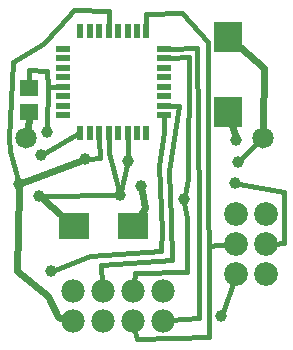
<source format=gtl>
G04 MADE WITH FRITZING*
G04 WWW.FRITZING.ORG*
G04 DOUBLE SIDED*
G04 HOLES PLATED*
G04 CONTOUR ON CENTER OF CONTOUR VECTOR*
%ASAXBY*%
%FSLAX23Y23*%
%MOIN*%
%OFA0B0*%
%SFA1.0B1.0*%
%ADD10C,0.079370*%
%ADD11C,0.071181*%
%ADD12C,0.078000*%
%ADD13C,0.039370*%
%ADD14R,0.022000X0.050000*%
%ADD15R,0.050000X0.022000*%
%ADD16R,0.059055X0.055118*%
%ADD17R,0.094488X0.102362*%
%ADD18R,0.102362X0.086614*%
%ADD19C,0.016000*%
%ADD20C,0.024000*%
%ADD21R,0.001000X0.001000*%
%LNCOPPER1*%
G90*
G70*
G54D10*
X798Y479D03*
X798Y379D03*
X798Y279D03*
X798Y479D03*
X798Y379D03*
X798Y279D03*
X898Y279D03*
X898Y379D03*
X898Y479D03*
G54D11*
X885Y733D03*
X98Y733D03*
X885Y733D03*
X98Y733D03*
X885Y733D03*
X98Y733D03*
G54D12*
X252Y123D03*
X352Y123D03*
X452Y123D03*
X552Y123D03*
X252Y123D03*
X352Y123D03*
X452Y123D03*
X552Y123D03*
X552Y223D03*
X452Y223D03*
X352Y223D03*
X252Y223D03*
G54D13*
X409Y543D03*
X293Y662D03*
X480Y573D03*
X181Y287D03*
X148Y676D03*
X435Y655D03*
X804Y651D03*
X141Y537D03*
X748Y139D03*
X167Y753D03*
X622Y527D03*
X794Y581D03*
X72Y579D03*
X798Y726D03*
G54D14*
X277Y750D03*
X309Y750D03*
X340Y750D03*
X372Y750D03*
X403Y750D03*
X435Y750D03*
X466Y750D03*
X498Y750D03*
G54D15*
X557Y808D03*
X557Y840D03*
X557Y871D03*
X557Y903D03*
X557Y934D03*
X557Y966D03*
X557Y997D03*
X557Y1029D03*
G54D14*
X498Y1088D03*
X466Y1088D03*
X435Y1088D03*
X403Y1088D03*
X372Y1088D03*
X340Y1088D03*
X309Y1088D03*
X277Y1088D03*
G54D15*
X219Y1029D03*
X219Y997D03*
X219Y966D03*
X219Y934D03*
X219Y903D03*
X219Y871D03*
X219Y840D03*
X219Y808D03*
G54D16*
X107Y899D03*
X107Y818D03*
G54D17*
X769Y817D03*
X769Y1069D03*
G54D18*
X256Y439D03*
X453Y439D03*
G54D19*
X105Y957D02*
X165Y955D01*
D02*
X165Y955D02*
X170Y903D01*
D02*
X170Y903D02*
X199Y903D01*
D02*
X107Y921D02*
X105Y957D01*
G54D20*
D02*
X102Y769D02*
X105Y796D01*
G54D19*
D02*
X342Y664D02*
X341Y730D01*
D02*
X306Y663D02*
X342Y664D01*
D02*
X374Y681D02*
X372Y730D01*
D02*
X406Y556D02*
X374Y681D01*
D02*
X435Y669D02*
X435Y730D01*
D02*
X412Y556D02*
X432Y642D01*
D02*
X633Y464D02*
X624Y514D01*
D02*
X637Y594D02*
X641Y1001D01*
D02*
X625Y541D02*
X637Y594D01*
D02*
X459Y281D02*
X633Y285D01*
D02*
X633Y285D02*
X633Y464D01*
D02*
X641Y1001D02*
X576Y998D01*
D02*
X455Y247D02*
X459Y281D01*
D02*
X672Y492D02*
X668Y1031D01*
D02*
X672Y131D02*
X672Y492D01*
D02*
X668Y1031D02*
X576Y1029D01*
D02*
X576Y124D02*
X672Y131D01*
D02*
X615Y1148D02*
X498Y1146D01*
D02*
X704Y483D02*
X702Y1051D01*
D02*
X705Y372D02*
X704Y483D01*
D02*
X705Y70D02*
X705Y372D01*
D02*
X702Y1051D02*
X615Y1148D01*
D02*
X498Y1146D02*
X498Y1107D01*
G54D20*
D02*
X72Y560D02*
X67Y289D01*
D02*
X170Y205D02*
X202Y135D01*
D02*
X67Y289D02*
X170Y205D01*
D02*
X202Y135D02*
X222Y130D01*
D02*
X275Y655D02*
X90Y586D01*
G54D19*
D02*
X539Y640D02*
X550Y422D01*
D02*
X550Y422D02*
X548Y355D01*
D02*
X311Y339D02*
X194Y292D01*
D02*
X548Y355D02*
X311Y339D01*
D02*
X555Y751D02*
X539Y640D01*
D02*
X557Y803D02*
X555Y751D01*
D02*
X572Y622D02*
X607Y840D01*
D02*
X581Y459D02*
X572Y622D01*
D02*
X607Y840D02*
X576Y840D01*
D02*
X583Y324D02*
X581Y459D01*
D02*
X348Y307D02*
X583Y324D01*
D02*
X351Y247D02*
X348Y307D01*
D02*
X705Y70D02*
X465Y61D01*
D02*
X465Y61D02*
X457Y99D01*
D02*
X705Y372D02*
X773Y377D01*
D02*
X160Y682D02*
X272Y747D01*
D02*
X863Y711D02*
X813Y661D01*
D02*
X154Y537D02*
X396Y543D01*
D02*
X753Y151D02*
X790Y255D01*
D02*
X170Y903D02*
X167Y767D01*
D02*
X957Y381D02*
X955Y553D01*
D02*
X923Y380D02*
X957Y381D01*
D02*
X955Y553D02*
X808Y579D01*
G54D20*
D02*
X484Y555D02*
X494Y498D01*
D02*
X494Y498D02*
X479Y477D01*
D02*
X155Y524D02*
X211Y477D01*
G54D19*
D02*
X41Y731D02*
X52Y985D01*
D02*
X44Y687D02*
X41Y731D01*
D02*
X52Y985D02*
X152Y1046D01*
D02*
X152Y1046D02*
X205Y1103D01*
D02*
X205Y1103D02*
X257Y1157D01*
D02*
X257Y1157D02*
X372Y1155D01*
D02*
X372Y1155D02*
X372Y1107D01*
D02*
X69Y592D02*
X44Y687D01*
G54D20*
D02*
X891Y966D02*
X886Y770D01*
D02*
X811Y1034D02*
X891Y966D01*
D02*
X792Y744D02*
X783Y771D01*
G54D21*
D02*
G04 End of Copper1*
M02*
</source>
